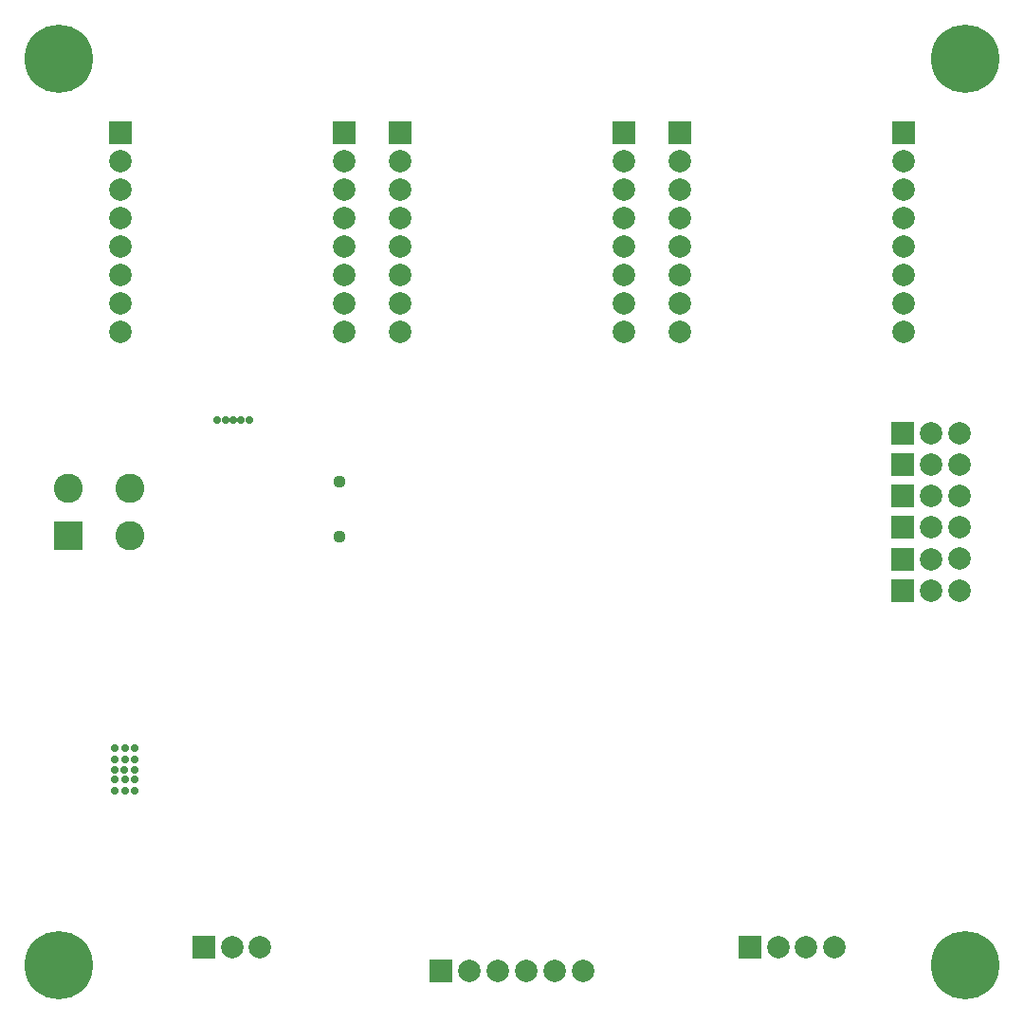
<source format=gbs>
G04*
G04 #@! TF.GenerationSoftware,Altium Limited,Altium Designer,19.1.6 (110)*
G04*
G04 Layer_Color=16711935*
%FSLAX43Y43*%
%MOMM*%
G71*
G01*
G75*
%ADD52C,2.000*%
%ADD53R,2.000X2.000*%
%ADD54R,2.000X2.000*%
%ADD55C,2.600*%
%ADD56R,2.600X2.600*%
%ADD57C,1.130*%
%ADD58C,6.100*%
%ADD59C,0.700*%
D52*
X68750Y6138D02*
D03*
X71250D02*
D03*
X73750D02*
D03*
X80000Y61110D02*
D03*
Y63650D02*
D03*
Y66190D02*
D03*
Y68730D02*
D03*
Y71270D02*
D03*
Y76350D02*
D03*
Y73810D02*
D03*
X55000Y61110D02*
D03*
Y63650D02*
D03*
Y66190D02*
D03*
Y68730D02*
D03*
Y71270D02*
D03*
Y76350D02*
D03*
Y73810D02*
D03*
X30000Y61110D02*
D03*
Y63650D02*
D03*
Y66190D02*
D03*
Y68730D02*
D03*
Y71270D02*
D03*
Y76350D02*
D03*
Y73810D02*
D03*
X60000Y61110D02*
D03*
Y63650D02*
D03*
Y66190D02*
D03*
Y68730D02*
D03*
Y71270D02*
D03*
Y76350D02*
D03*
Y73810D02*
D03*
X35000Y61110D02*
D03*
Y63650D02*
D03*
Y66190D02*
D03*
Y68730D02*
D03*
Y71270D02*
D03*
Y76350D02*
D03*
Y73810D02*
D03*
X10000Y61110D02*
D03*
Y63650D02*
D03*
Y66190D02*
D03*
Y68730D02*
D03*
Y71270D02*
D03*
Y76350D02*
D03*
Y73810D02*
D03*
X82400Y38000D02*
D03*
X84945Y38005D02*
D03*
X82400Y40800D02*
D03*
X84945Y40805D02*
D03*
X82400Y43600D02*
D03*
X84945Y43605D02*
D03*
X82400Y46400D02*
D03*
X84945Y46405D02*
D03*
X82400Y49200D02*
D03*
X84945Y49205D02*
D03*
X82400Y52000D02*
D03*
X84945Y52005D02*
D03*
X20001Y6137D02*
D03*
X22501D02*
D03*
X43730Y4000D02*
D03*
X41190D02*
D03*
X46270D02*
D03*
X48810D02*
D03*
X51350D02*
D03*
D53*
X66250Y6138D02*
D03*
X79860Y38000D02*
D03*
Y40800D02*
D03*
Y43600D02*
D03*
Y46400D02*
D03*
Y49200D02*
D03*
X79860Y52000D02*
D03*
X17501Y6137D02*
D03*
X38650Y4000D02*
D03*
D54*
X80000Y78890D02*
D03*
X55000D02*
D03*
X30000D02*
D03*
X60000D02*
D03*
X35000D02*
D03*
X10000D02*
D03*
D55*
X10850Y42900D02*
D03*
Y47100D02*
D03*
X5350D02*
D03*
D56*
Y42900D02*
D03*
D57*
X29550Y47690D02*
D03*
Y42810D02*
D03*
D58*
X4500Y85500D02*
D03*
X4500Y4500D02*
D03*
X85500D02*
D03*
X85500Y85500D02*
D03*
D59*
X18700Y53200D02*
D03*
X10400Y22000D02*
D03*
X10410Y22900D02*
D03*
X11310D02*
D03*
Y22000D02*
D03*
Y21100D02*
D03*
X10410D02*
D03*
X9510D02*
D03*
Y22000D02*
D03*
Y22900D02*
D03*
Y20100D02*
D03*
X10410D02*
D03*
X11310D02*
D03*
X9510Y23900D02*
D03*
X10410D02*
D03*
X11310D02*
D03*
X19400Y53200D02*
D03*
X20100D02*
D03*
X20800D02*
D03*
X21500D02*
D03*
M02*

</source>
